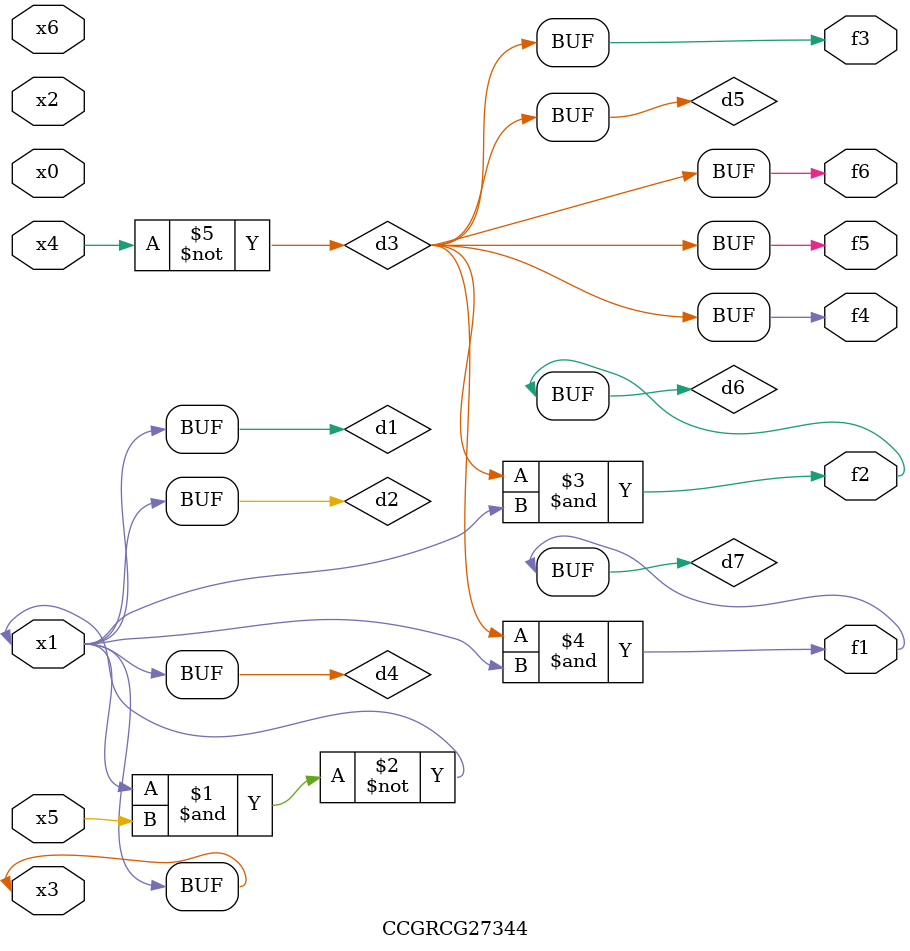
<source format=v>
module CCGRCG27344(
	input x0, x1, x2, x3, x4, x5, x6,
	output f1, f2, f3, f4, f5, f6
);

	wire d1, d2, d3, d4, d5, d6, d7;

	buf (d1, x1, x3);
	nand (d2, x1, x5);
	not (d3, x4);
	buf (d4, d1, d2);
	buf (d5, d3);
	and (d6, d3, d4);
	and (d7, d3, d4);
	assign f1 = d7;
	assign f2 = d6;
	assign f3 = d5;
	assign f4 = d5;
	assign f5 = d5;
	assign f6 = d5;
endmodule

</source>
